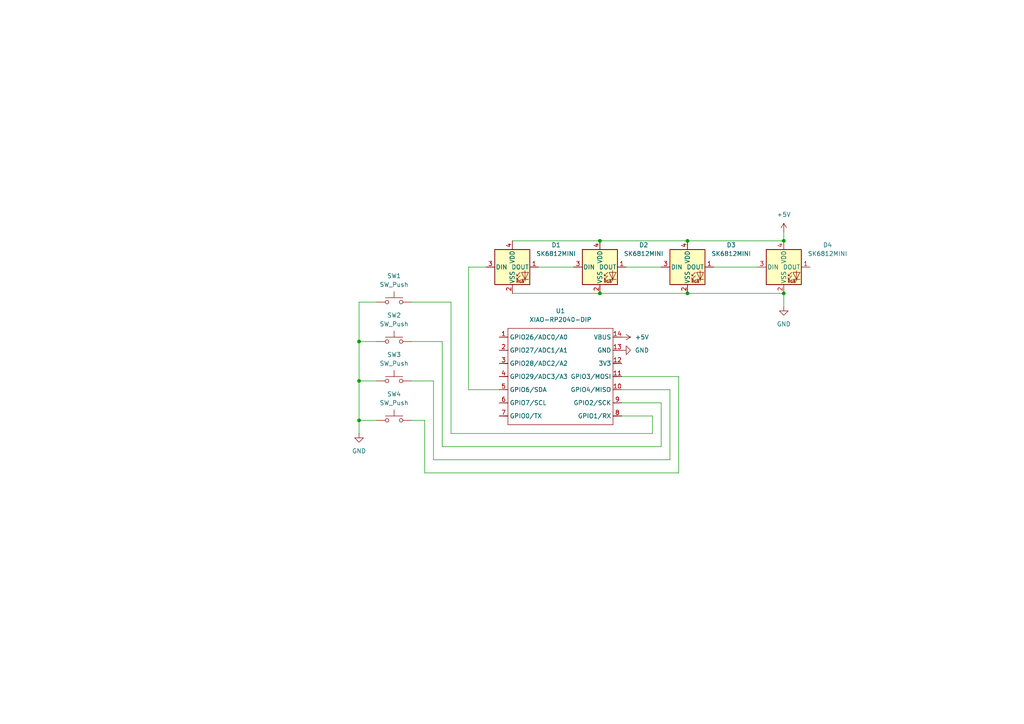
<source format=kicad_sch>
(kicad_sch (version 20250114) (generator "eeschema") (generator_version "9.0")
  (paper "A4")
  (lib_symbols
    (symbol "LED:SK6812MINI" (pin_names (offset 0.254))
      (property "Reference" "D" (at 5.08 5.715 0))
      (property "Value" "SK6812MINI" (at 1.27 -5.715 0))
      (symbol "SK6812MINI_0_0"
        (text "RGB" (at 2.286 -4.191 0) (effects (font (size 0.762 0.762))))
      )
      (symbol "SK6812MINI_0_1"
        (polyline (pts (xy 1.27 -2.54) (xy 1.778 -2.54)))
        (polyline (pts (xy 1.27 -3.556) (xy 1.778 -3.556)))
        (polyline (pts (xy 2.286 -1.524) (xy 1.27 -2.54) (xy 1.27 -2.032)))
        (polyline (pts (xy 2.286 -2.54) (xy 1.27 -3.556) (xy 1.27 -3.048)))
        (polyline (pts (xy 3.683 -1.016) (xy 3.683 -3.556) (xy 3.683 -4.064)))
        (polyline (pts (xy 4.699 -1.524) (xy 2.667 -1.524) (xy 3.683 -3.556) (xy 4.699 -1.524)))
        (polyline (pts (xy 4.699 -3.556) (xy 2.667 -3.556)))
        (rectangle (start 5.08 5.08) (end -5.08 -5.08) (stroke (width 0.254)) (fill (type background)))
      )
      (symbol "SK6812MINI_1_1"
        (pin input line (at -7.62 0 0) (length 2.54) (name "DIN") (number "3"))
        (pin power_in line (at 0 7.62 270) (length 2.54) (name "VDD") (number "4"))
        (pin power_in line (at 0 -7.62 90) (length 2.54) (name "VSS") (number "2"))
        (pin output line (at 7.62 0 180) (length 2.54) (name "DOUT") (number "1"))
      )
    )
    (symbol "Seeed_Studio_XIAO_Series:XIAO-RP2040-DIP"
      (property "Reference" "U" (at 0 0 0))
      (property "Value" "XIAO-RP2040-DIP" (at 5.334 -1.778 0))
      (symbol "XIAO-RP2040-DIP_1_0"
        (polyline (pts (xy -1.27 -2.54) (xy 29.21 -2.54)) (stroke (width 0.1524)))
        (polyline (pts (xy -1.27 -5.08) (xy -2.54 -5.08)) (stroke (width 0.1524)))
        (polyline (pts (xy -1.27 -5.08) (xy -1.27 -2.54)) (stroke (width 0.1524)))
        (polyline (pts (xy -1.27 -8.89) (xy -2.54 -8.89)) (stroke (width 0.1524)))
        (polyline (pts (xy -1.27 -8.89) (xy -1.27 -5.08)) (stroke (width 0.1524)))
        (polyline (pts (xy -1.27 -12.7) (xy -2.54 -12.7)) (stroke (width 0.1524)))
        (polyline (pts (xy -1.27 -12.7) (xy -1.27 -8.89)) (stroke (width 0.1524)))
        (polyline (pts (xy -1.27 -16.51) (xy -2.54 -16.51)) (stroke (width 0.1524)))
        (polyline (pts (xy -1.27 -16.51) (xy -1.27 -12.7)) (stroke (width 0.1524)))
        (polyline (pts (xy -1.27 -20.32) (xy -2.54 -20.32)) (stroke (width 0.1524)))
        (polyline (pts (xy -1.27 -24.13) (xy -2.54 -24.13)) (stroke (width 0.1524)))
        (polyline (pts (xy -1.27 -27.94) (xy -2.54 -27.94)) (stroke (width 0.1524)))
        (polyline (pts (xy -1.27 -30.48) (xy -1.27 -16.51)) (stroke (width 0.1524)))
        (polyline (pts (xy 29.21 -2.54) (xy 29.21 -5.08)) (stroke (width 0.1524)))
        (polyline (pts (xy 29.21 -5.08) (xy 29.21 -8.89)) (stroke (width 0.1524)))
        (polyline (pts (xy 29.21 -8.89) (xy 29.21 -12.7)) (stroke (width 0.1524)))
        (polyline (pts (xy 29.21 -12.7) (xy 29.21 -30.48)) (stroke (width 0.1524)))
        (polyline (pts (xy 29.21 -30.48) (xy -1.27 -30.48)) (stroke (width 0.1524)))
        (polyline (pts (xy 30.48 -5.08) (xy 29.21 -5.08)) (stroke (width 0.1524)))
        (polyline (pts (xy 30.48 -8.89) (xy 29.21 -8.89)) (stroke (width 0.1524)))
        (polyline (pts (xy 30.48 -12.7) (xy 29.21 -12.7)) (stroke (width 0.1524)))
        (polyline (pts (xy 30.48 -16.51) (xy 29.21 -16.51)) (stroke (width 0.1524)))
        (polyline (pts (xy 30.48 -20.32) (xy 29.21 -20.32)) (stroke (width 0.1524)))
        (polyline (pts (xy 30.48 -24.13) (xy 29.21 -24.13)) (stroke (width 0.1524)))
        (polyline (pts (xy 30.48 -27.94) (xy 29.21 -27.94)) (stroke (width 0.1524)))
        (pin passive line (at -3.81 -5.08 0) (length 2.54) (name "GPIO26/ADC0/A0") (number "1"))
        (pin passive line (at -3.81 -8.89 0) (length 2.54) (name "GPIO27/ADC1/A1") (number "2"))
        (pin passive line (at -3.81 -12.7 0) (length 2.54) (name "GPIO28/ADC2/A2") (number "3"))
        (pin passive line (at -3.81 -16.51 0) (length 2.54) (name "GPIO29/ADC3/A3") (number "4"))
        (pin passive line (at -3.81 -20.32 0) (length 2.54) (name "GPIO6/SDA") (number "5"))
        (pin passive line (at -3.81 -24.13 0) (length 2.54) (name "GPIO7/SCL") (number "6"))
        (pin passive line (at -3.81 -27.94 0) (length 2.54) (name "GPIO0/TX") (number "7"))
        (pin passive line (at 31.75 -5.08 180) (length 2.54) (name "VBUS") (number "14"))
        (pin passive line (at 31.75 -8.89 180) (length 2.54) (name "GND") (number "13"))
        (pin passive line (at 31.75 -12.7 180) (length 2.54) (name "3V3") (number "12"))
        (pin passive line (at 31.75 -16.51 180) (length 2.54) (name "GPIO3/MOSI") (number "11"))
        (pin passive line (at 31.75 -20.32 180) (length 2.54) (name "GPIO4/MISO") (number "10"))
        (pin passive line (at 31.75 -24.13 180) (length 2.54) (name "GPIO2/SCK") (number "9"))
        (pin passive line (at 31.75 -27.94 180) (length 2.54) (name "GPIO1/RX") (number "8"))
      )
    )
    (symbol "Switch:SW_Push" (pin_numbers (hide yes)) (pin_names (offset 1.016) (hide yes))
      (property "Reference" "SW" (at 1.27 2.54 0))
      (property "Value" "SW_Push" (at 0 -1.524 0))
      (symbol "SW_Push_0_1"
        (circle (center -2.032 0) (radius 0.508))
        (polyline (pts (xy 0 1.27) (xy 0 3.048)))
        (circle (center 2.032 0) (radius 0.508))
        (polyline (pts (xy 2.54 1.27) (xy -2.54 1.27)))
        (pin passive line (at -5.08 0 0) (length 2.54) (name "1") (number "1"))
        (pin passive line (at 5.08 0 180) (length 2.54) (name "2") (number "2"))
      )
    )
    (symbol "power:+5V" (power) (pin_numbers (hide yes)) (pin_names (offset 0) (hide yes))
      (property "Value" "+5V" (at 0 3.556 0))
      (symbol "+5V_0_1"
        (polyline (pts (xy -0.762 1.27) (xy 0 2.54)))
        (polyline (pts (xy 0 2.54) (xy 0.762 1.27)))
        (polyline (pts (xy 0 0) (xy 0 2.54)))
      )
      (symbol "+5V_1_1"
        (pin power_in line (at 0 0 90) (length 0) (name "~") (number "1"))
      )
    )
    (symbol "power:GND" (power) (pin_numbers (hide yes)) (pin_names (offset 0) (hide yes))
      (property "Value" "GND" (at 0 -3.81 0))
      (symbol "GND_0_1"
        (polyline (pts (xy 0 0) (xy 0 -1.27) (xy 1.27 -1.27) (xy 0 -2.54) (xy -1.27 -1.27) (xy 0 -1.27)))
      )
      (symbol "GND_1_1"
        (pin power_in line (at 0 0 270) (length 0) (name "~") (number "1"))
      )
    )
  )
  (junction (at 227.33 69.85))
  (junction (at 104.14 121.92))
  (junction (at 199.39 69.85))
  (junction (at 104.14 99.06))
  (junction (at 104.14 110.49))
  (junction (at 173.99 85.09))
  (junction (at 173.99 69.85))
  (junction (at 227.33 85.09))
  (junction (at 199.39 85.09))
  (wire (pts (xy 135.89 113.03) (xy 135.89 77.47)))
  (wire (pts (xy 125.73 133.35) (xy 125.73 110.49)))
  (wire (pts (xy 189.23 120.65) (xy 189.23 125.73)))
  (wire (pts (xy 173.99 69.85) (xy 199.39 69.85)))
  (wire (pts (xy 135.89 77.47) (xy 140.97 77.47)))
  (wire (pts (xy 148.59 85.09) (xy 173.99 85.09)))
  (wire (pts (xy 191.77 129.54) (xy 128.27 129.54)))
  (wire (pts (xy 104.14 121.92) (xy 104.14 125.73)))
  (wire (pts (xy 180.34 113.03) (xy 194.31 113.03)))
  (wire (pts (xy 199.39 69.85) (xy 227.33 69.85)))
  (wire (pts (xy 104.14 99.06) (xy 104.14 110.49)))
  (wire (pts (xy 125.73 110.49) (xy 119.38 110.49)))
  (wire (pts (xy 148.59 69.85) (xy 173.99 69.85)))
  (wire (pts (xy 119.38 99.06) (xy 128.27 99.06)))
  (wire (pts (xy 173.99 85.09) (xy 199.39 85.09)))
  (wire (pts (xy 128.27 129.54) (xy 128.27 99.06)))
  (wire (pts (xy 104.14 99.06) (xy 109.22 99.06)))
  (wire (pts (xy 130.81 87.63) (xy 119.38 87.63)))
  (wire (pts (xy 144.78 113.03) (xy 135.89 113.03)))
  (wire (pts (xy 194.31 113.03) (xy 194.31 133.35)))
  (wire (pts (xy 191.77 116.84) (xy 191.77 129.54)))
  (wire (pts (xy 207.01 77.47) (xy 219.71 77.47)))
  (wire (pts (xy 180.34 120.65) (xy 189.23 120.65)))
  (wire (pts (xy 104.14 121.92) (xy 109.22 121.92)))
  (wire (pts (xy 104.14 110.49) (xy 109.22 110.49)))
  (wire (pts (xy 123.19 121.92) (xy 119.38 121.92)))
  (wire (pts (xy 180.34 116.84) (xy 191.77 116.84)))
  (wire (pts (xy 130.81 125.73) (xy 130.81 87.63)))
  (wire (pts (xy 180.34 109.22) (xy 196.85 109.22)))
  (wire (pts (xy 156.21 77.47) (xy 166.37 77.47)))
  (wire (pts (xy 104.14 87.63) (xy 104.14 99.06)))
  (wire (pts (xy 227.33 85.09) (xy 227.33 88.9)))
  (wire (pts (xy 109.22 87.63) (xy 104.14 87.63)))
  (wire (pts (xy 227.33 67.31) (xy 227.33 69.85)))
  (wire (pts (xy 196.85 137.16) (xy 123.19 137.16)))
  (wire (pts (xy 196.85 109.22) (xy 196.85 137.16)))
  (wire (pts (xy 123.19 137.16) (xy 123.19 121.92)))
  (wire (pts (xy 104.14 110.49) (xy 104.14 121.92)))
  (wire (pts (xy 189.23 125.73) (xy 130.81 125.73)))
  (wire (pts (xy 181.61 77.47) (xy 191.77 77.47)))
  (wire (pts (xy 194.31 133.35) (xy 125.73 133.35)))
  (wire (pts (xy 199.39 85.09) (xy 227.33 85.09)))
  (symbol (lib_id "power:GND") (at 180.34 101.6 90) (unit 1)
    (property "Reference" "#PWR04" (effects (hide yes)))
    (property "Value" "GND" (at 184.15 101.5999 90) (effects (justify right)))
    (property "Description" "Power symbol creates a global label with name \"GND\" , ground" (effects (hide yes)))
  )
  (symbol (lib_id "power:+5V") (at 227.33 67.31 0) (unit 1)
    (property "Reference" "#PWR01" (effects (hide yes)))
    (property "Value" "+5V" (at 227.33 62.23 0))
    (property "Description" "Power symbol creates a global label with name \"+5V\"" (effects (hide yes)))
  )
  (symbol (lib_id "Seeed_Studio_XIAO_Series:XIAO-RP2040-DIP") (at 148.59 92.71 0) (unit 1)
    (property "Reference" "U1" (at 162.56 90.17 0))
    (property "Value" "XIAO-RP2040-DIP" (at 162.56 92.71 0))
    (property "Footprint" "Seeed Studio XIAO Series Library:XIAO-RP2040-DIP" (effects (hide yes)))
  )
  (symbol (lib_id "Switch:SW_Push") (at 114.3 87.63 0) (unit 1)
    (property "Reference" "SW1" (at 114.3 80.01 0))
    (property "Value" "SW_Push" (at 114.3 82.55 0))
    (property "Footprint" "Button_Switch_Keyboard:SW_Cherry_MX_1.00u_PCB" (effects (hide yes)))
    (property "Description" "Push button switch, generic, two pins" (effects (hide yes)))
  )
  (symbol (lib_id "Switch:SW_Push") (at 114.3 110.49 0) (unit 1)
    (property "Reference" "SW3" (at 114.3 102.87 0))
    (property "Value" "SW_Push" (at 114.3 105.41 0))
    (property "Footprint" "Button_Switch_Keyboard:SW_Cherry_MX_1.00u_PCB" (effects (hide yes)))
    (property "Description" "Push button switch, generic, two pins" (effects (hide yes)))
  )
  (symbol (lib_id "power:GND") (at 227.33 88.9 0) (unit 1)
    (property "Reference" "#PWR05" (effects (hide yes)))
    (property "Value" "GND" (at 227.33 93.98 0))
    (property "Description" "Power symbol creates a global label with name \"GND\" , ground" (effects (hide yes)))
  )
  (symbol (lib_id "power:GND") (at 104.14 125.73 0) (unit 1)
    (property "Reference" "#PWR02" (effects (hide yes)))
    (property "Value" "GND" (at 104.14 130.81 0))
    (property "Description" "Power symbol creates a global label with name \"GND\" , ground" (effects (hide yes)))
  )
  (symbol (lib_id "Switch:SW_Push") (at 114.3 121.92 0) (unit 1)
    (property "Reference" "SW4" (at 114.3 114.3 0))
    (property "Value" "SW_Push" (at 114.3 116.84 0))
    (property "Footprint" "Button_Switch_Keyboard:SW_Cherry_MX_1.00u_PCB" (effects (hide yes)))
    (property "Description" "Push button switch, generic, two pins" (effects (hide yes)))
  )
  (symbol (lib_id "LED:SK6812MINI") (at 148.59 77.47 0) (unit 1)
    (property "Reference" "D1" (at 161.29 71.0498 0))
    (property "Value" "SK6812MINI" (at 161.29 73.5898 0))
    (property "Footprint" "LED_SMD:LED_SK6812MINI_PLCC4_3.5x3.5mm_P1.75mm" (effects (hide yes)))
    (property "Datasheet" "https://cdn-shop.adafruit.com/product-files/2686/SK6812MINI_REV.01-1-2.pdf" (effects (hide yes)))
    (property "Description" "RGB LED with integrated controller" (effects (hide yes)))
  )
  (symbol (lib_id "LED:SK6812MINI") (at 227.33 77.47 0) (unit 1)
    (property "Reference" "D4" (at 240.03 71.0498 0))
    (property "Value" "SK6812MINI" (at 240.03 73.5898 0))
    (property "Footprint" "LED_SMD:LED_SK6812MINI_PLCC4_3.5x3.5mm_P1.75mm" (effects (hide yes)))
    (property "Datasheet" "https://cdn-shop.adafruit.com/product-files/2686/SK6812MINI_REV.01-1-2.pdf" (effects (hide yes)))
    (property "Description" "RGB LED with integrated controller" (effects (hide yes)))
  )
  (symbol (lib_id "LED:SK6812MINI") (at 199.39 77.47 0) (unit 1)
    (property "Reference" "D3" (at 212.09 71.0498 0))
    (property "Value" "SK6812MINI" (at 212.09 73.5898 0))
    (property "Footprint" "LED_SMD:LED_SK6812MINI_PLCC4_3.5x3.5mm_P1.75mm" (effects (hide yes)))
    (property "Datasheet" "https://cdn-shop.adafruit.com/product-files/2686/SK6812MINI_REV.01-1-2.pdf" (effects (hide yes)))
    (property "Description" "RGB LED with integrated controller" (effects (hide yes)))
  )
  (symbol (lib_id "Switch:SW_Push") (at 114.3 99.06 0) (unit 1)
    (property "Reference" "SW2" (at 114.3 91.44 0))
    (property "Value" "SW_Push" (at 114.3 93.98 0))
    (property "Footprint" "Button_Switch_Keyboard:SW_Cherry_MX_1.00u_PCB" (effects (hide yes)))
    (property "Description" "Push button switch, generic, two pins" (effects (hide yes)))
  )
  (symbol (lib_id "LED:SK6812MINI") (at 173.99 77.47 0) (unit 1)
    (property "Reference" "D2" (at 186.69 71.0498 0))
    (property "Value" "SK6812MINI" (at 186.69 73.5898 0))
    (property "Footprint" "LED_SMD:LED_SK6812MINI_PLCC4_3.5x3.5mm_P1.75mm" (effects (hide yes)))
    (property "Datasheet" "https://cdn-shop.adafruit.com/product-files/2686/SK6812MINI_REV.01-1-2.pdf" (effects (hide yes)))
    (property "Description" "RGB LED with integrated controller" (effects (hide yes)))
  )
  (symbol (lib_id "power:+5V") (at 180.34 97.79 270) (unit 1)
    (property "Reference" "#PWR03" (effects (hide yes)))
    (property "Value" "+5V" (at 184.15 97.7899 90) (effects (justify left)))
    (property "Description" "Power symbol creates a global label with name \"+5V\"" (effects (hide yes)))
  )
)
</source>
